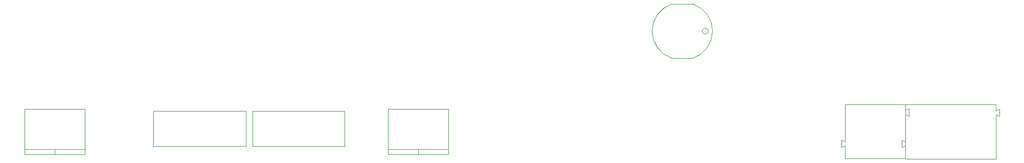
<source format=gbr>
%TF.GenerationSoftware,Altium Limited,Altium Designer,21.6.4 (81)*%
G04 Layer_Color=32768*
%FSLAX43Y43*%
%MOMM*%
%TF.SameCoordinates,D4C572C6-D0EE-4933-9396-1D80D03FA8BE*%
%TF.FilePolarity,Positive*%
%TF.FileFunction,Other,Top_Component_Outline*%
%TF.Part,Single*%
G01*
G75*
%TA.AperFunction,NonConductor*%
%ADD144C,0.100*%
D144*
X172650Y24725D02*
G03*
X172650Y24725I-500J0D01*
G01*
X170100Y20225D02*
G03*
X170100Y29225I-1490J4500D01*
G01*
X166600D02*
G03*
X166600Y20225I1490J-4500D01*
G01*
X59435Y4275D02*
Y11775D01*
X69435Y4275D02*
Y11775D01*
X59435D02*
X69435D01*
X59435Y4275D02*
X69435D01*
X64435D02*
Y5075D01*
X59435D02*
X69435D01*
X166600Y20225D02*
X170100D01*
X166600Y29225D02*
X170100D01*
X205300Y3525D02*
Y10875D01*
Y11575D02*
Y12525D01*
X195300D02*
X205300D01*
X195300Y3525D02*
X205300D01*
X195300D02*
Y5675D01*
Y6375D02*
Y12525D01*
X194700Y5425D02*
Y6625D01*
Y5425D02*
X195300Y5675D01*
X194700Y6625D02*
X195300Y6375D01*
X205300Y11575D02*
X205900Y11825D01*
Y10625D02*
Y11825D01*
X205300Y10875D02*
X205900Y10625D01*
X96028Y5600D02*
Y11400D01*
X80748Y5600D02*
X96028D01*
X80748D02*
Y11400D01*
X96028D01*
X112411Y5600D02*
Y11400D01*
X97131Y5600D02*
X112411D01*
X97131D02*
Y11400D01*
X112411D01*
X220300Y10850D02*
X220900Y10600D01*
Y11800D01*
X220300Y11550D02*
X220900Y11800D01*
X220300Y11550D02*
Y12500D01*
Y3500D02*
Y10850D01*
X205300Y12500D02*
X220300D01*
X205300Y3500D02*
X220300D01*
X205300D02*
Y5650D01*
Y6350D02*
Y12500D01*
X204700Y5400D02*
Y6600D01*
Y5400D02*
X205300Y5650D01*
X204700Y6600D02*
X205300Y6350D01*
X119625Y4250D02*
Y11750D01*
X129625Y4250D02*
Y11750D01*
X119625D02*
X129625D01*
X119625Y4250D02*
X129625D01*
X124625D02*
Y5050D01*
X119625D02*
X129625D01*
%TF.MD5,5347fb30245593281e0a0200f9bbc9a6*%
M02*

</source>
